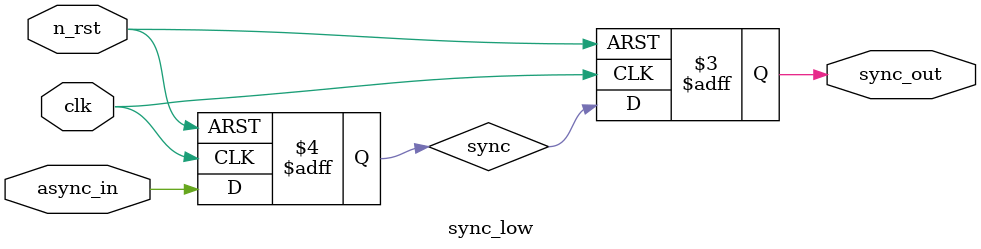
<source format=v>
module sync_low (
	clk,
	n_rst,
	async_in,
	sync_out
);
	input wire clk;
	input wire n_rst;
	input wire async_in;
	output reg sync_out;
	reg sync;
	always @(posedge clk or negedge n_rst)
		if (1'b0 == n_rst) begin
			sync_out <= 1'b0;
			sync <= 1'b0;
		end
		else begin
			sync <= async_in;
			sync_out <= sync;
		end
endmodule

</source>
